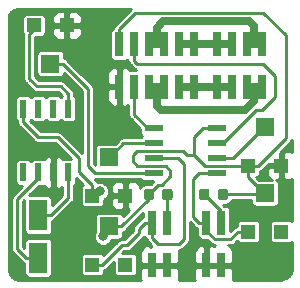
<source format=gbr>
G04 #@! TF.GenerationSoftware,KiCad,Pcbnew,(6.0.0-rc1-dev-713-g90df7a8b2)*
G04 #@! TF.CreationDate,2018-10-30T15:00:52-06:00*
G04 #@! TF.ProjectId,motores,6D6F746F7265732E6B696361645F7063,rev?*
G04 #@! TF.SameCoordinates,Original*
G04 #@! TF.FileFunction,Copper,L1,Top,Signal*
G04 #@! TF.FilePolarity,Positive*
%FSLAX46Y46*%
G04 Gerber Fmt 4.6, Leading zero omitted, Abs format (unit mm)*
G04 Created by KiCad (PCBNEW (6.0.0-rc1-dev-713-g90df7a8b2)) date mar 30 oct 2018 15:00:52 CST*
%MOMM*%
%LPD*%
G01*
G04 APERTURE LIST*
G04 #@! TA.AperFunction,SMDPad,CuDef*
%ADD10R,0.600000X1.550000*%
G04 #@! TD*
G04 #@! TA.AperFunction,SMDPad,CuDef*
%ADD11R,0.750000X2.100000*%
G04 #@! TD*
G04 #@! TA.AperFunction,SMDPad,CuDef*
%ADD12R,1.600000X1.500000*%
G04 #@! TD*
G04 #@! TA.AperFunction,SMDPad,CuDef*
%ADD13R,1.200000X1.200000*%
G04 #@! TD*
G04 #@! TA.AperFunction,SMDPad,CuDef*
%ADD14R,1.600000X2.600000*%
G04 #@! TD*
G04 #@! TA.AperFunction,Conductor*
%ADD15C,0.100000*%
G04 #@! TD*
G04 #@! TA.AperFunction,SMDPad,CuDef*
%ADD16C,0.875000*%
G04 #@! TD*
G04 #@! TA.AperFunction,SMDPad,CuDef*
%ADD17R,1.550000X0.600000*%
G04 #@! TD*
G04 #@! TA.AperFunction,ViaPad*
%ADD18C,0.800000*%
G04 #@! TD*
G04 #@! TA.AperFunction,Conductor*
%ADD19C,0.250000*%
G04 #@! TD*
G04 #@! TA.AperFunction,Conductor*
%ADD20C,0.700000*%
G04 #@! TD*
G04 #@! TA.AperFunction,Conductor*
%ADD21C,0.254000*%
G04 #@! TD*
G04 APERTURE END LIST*
D10*
G04 #@! TO.P,U1,8*
G04 #@! TO.N,+3V3*
X141986000Y-57752000D03*
G04 #@! TO.P,U1,7*
G04 #@! TO.N,Net-(U1-Pad7)*
X143256000Y-57752000D03*
G04 #@! TO.P,U1,6*
G04 #@! TO.N,Net-(U1-Pad6)*
X144526000Y-57752000D03*
G04 #@! TO.P,U1,5*
G04 #@! TO.N,-3V3*
X145796000Y-57752000D03*
G04 #@! TO.P,U1,4*
G04 #@! TO.N,Net-(C1-Pad2)*
X145796000Y-63152000D03*
G04 #@! TO.P,U1,3*
G04 #@! TO.N,GND*
X144526000Y-63152000D03*
G04 #@! TO.P,U1,2*
G04 #@! TO.N,Net-(C1-Pad1)*
X143256000Y-63152000D03*
G04 #@! TO.P,U1,1*
G04 #@! TO.N,Net-(U1-Pad1)*
X141986000Y-63152000D03*
G04 #@! TD*
D11*
G04 #@! TO.P,J2,8*
G04 #@! TO.N,/mot_2A*
X158369000Y-52302000D03*
G04 #@! TO.P,J2,7*
G04 #@! TO.N,/mot_2B*
X158369000Y-55902000D03*
G04 #@! TO.P,J2,6*
G04 #@! TO.N,/mot_2A*
X159639000Y-52302000D03*
G04 #@! TO.P,J2,5*
G04 #@! TO.N,/mot_2B*
X159639000Y-55902000D03*
G04 #@! TO.P,J2,4*
G04 #@! TO.N,/mot_1A*
X160909000Y-52302000D03*
G04 #@! TO.P,J2,3*
G04 #@! TO.N,/mot_1B*
X160909000Y-55902000D03*
G04 #@! TO.P,J2,2*
G04 #@! TO.N,/mot_1A*
X162179000Y-52302000D03*
G04 #@! TO.P,J2,1*
G04 #@! TO.N,/mot_1B*
X162179000Y-55902000D03*
G04 #@! TD*
G04 #@! TO.P,M2,4*
G04 #@! TO.N,GND*
X154178000Y-71015000D03*
G04 #@! TO.P,M2,3*
G04 #@! TO.N,Net-(M2-Pad3)*
X154178000Y-67415000D03*
G04 #@! TO.P,M2,2*
G04 #@! TO.N,GND*
X152908000Y-71015000D03*
G04 #@! TO.P,M2,1*
G04 #@! TO.N,Net-(M2-Pad1)*
X152908000Y-67415000D03*
G04 #@! TD*
G04 #@! TO.P,M1,4*
G04 #@! TO.N,GND*
X158750000Y-71015000D03*
G04 #@! TO.P,M1,3*
G04 #@! TO.N,Net-(M1-Pad3)*
X158750000Y-67415000D03*
G04 #@! TO.P,M1,2*
G04 #@! TO.N,GND*
X157480000Y-71015000D03*
G04 #@! TO.P,M1,1*
G04 #@! TO.N,Net-(M1-Pad1)*
X157480000Y-67415000D03*
G04 #@! TD*
G04 #@! TO.P,J1,12*
G04 #@! TO.N,/mot_2B*
X156464000Y-55902000D03*
G04 #@! TO.P,J1,11*
G04 #@! TO.N,/mot_2A*
X156464000Y-52302000D03*
G04 #@! TO.P,J1,10*
G04 #@! TO.N,/mot_2B*
X155194000Y-55902000D03*
G04 #@! TO.P,J1,9*
G04 #@! TO.N,/mot_2A*
X155194000Y-52302000D03*
G04 #@! TO.P,J1,8*
G04 #@! TO.N,/mot_1B*
X153924000Y-55902000D03*
G04 #@! TO.P,J1,7*
G04 #@! TO.N,/mot_1A*
X153924000Y-52302000D03*
G04 #@! TO.P,J1,6*
G04 #@! TO.N,/mot_1B*
X152654000Y-55902000D03*
G04 #@! TO.P,J1,5*
G04 #@! TO.N,/mot_1A*
X152654000Y-52302000D03*
G04 #@! TO.P,J1,4*
G04 #@! TO.N,/motorDRPM*
X151384000Y-55902000D03*
G04 #@! TO.P,J1,3*
G04 #@! TO.N,/motorIRPM*
X151384000Y-52302000D03*
G04 #@! TO.P,J1,2*
G04 #@! TO.N,GND*
X150114000Y-55902000D03*
G04 #@! TO.P,J1,1*
G04 #@! TO.N,+3V3*
X150114000Y-52302000D03*
G04 #@! TD*
D12*
G04 #@! TO.P,RV5,2*
G04 #@! TO.N,Net-(RV5-Pad2)*
X162433000Y-59340000D03*
D13*
G04 #@! TO.P,RV5,3*
G04 #@! TO.N,GND*
X163833000Y-62580000D03*
G04 #@! TO.P,RV5,1*
G04 #@! TO.N,+3V3*
X161033000Y-62580000D03*
G04 #@! TD*
D12*
G04 #@! TO.P,RV4,2*
G04 #@! TO.N,Net-(RV4-Pad2)*
X149225000Y-61880000D03*
D13*
G04 #@! TO.P,RV4,3*
G04 #@! TO.N,GND*
X150625000Y-65120000D03*
G04 #@! TO.P,RV4,1*
G04 #@! TO.N,+3V3*
X147825000Y-65120000D03*
G04 #@! TD*
D12*
G04 #@! TO.P,RV3,2*
G04 #@! TO.N,+3V3*
X149225000Y-67722000D03*
D13*
G04 #@! TO.P,RV3,3*
G04 #@! TO.N,Net-(RV3-Pad3)*
X150625000Y-70962000D03*
G04 #@! TO.P,RV3,1*
G04 #@! TO.N,Net-(M2-Pad1)*
X147825000Y-70962000D03*
G04 #@! TD*
D12*
G04 #@! TO.P,RV2,2*
G04 #@! TO.N,+3V3*
X162433000Y-64928000D03*
D13*
G04 #@! TO.P,RV2,3*
G04 #@! TO.N,Net-(RV2-Pad3)*
X163833000Y-68168000D03*
G04 #@! TO.P,RV2,1*
G04 #@! TO.N,Net-(M1-Pad1)*
X161033000Y-68168000D03*
G04 #@! TD*
D12*
G04 #@! TO.P,RV1,2*
G04 #@! TO.N,/v-*
X144272000Y-53944000D03*
D13*
G04 #@! TO.P,RV1,3*
G04 #@! TO.N,-3V3*
X142872000Y-50704000D03*
G04 #@! TO.P,RV1,1*
G04 #@! TO.N,GND*
X145672000Y-50704000D03*
G04 #@! TD*
D14*
G04 #@! TO.P,C1,1*
G04 #@! TO.N,Net-(C1-Pad1)*
X143256000Y-70380000D03*
G04 #@! TO.P,C1,2*
G04 #@! TO.N,Net-(C1-Pad2)*
X143256000Y-66780000D03*
G04 #@! TD*
D15*
G04 #@! TO.N,+3V3*
G04 #@! TO.C,R1*
G36*
X159117191Y-64550053D02*
X159138426Y-64553203D01*
X159159250Y-64558419D01*
X159179462Y-64565651D01*
X159198868Y-64574830D01*
X159217281Y-64585866D01*
X159234524Y-64598654D01*
X159250430Y-64613070D01*
X159264846Y-64628976D01*
X159277634Y-64646219D01*
X159288670Y-64664632D01*
X159297849Y-64684038D01*
X159305081Y-64704250D01*
X159310297Y-64725074D01*
X159313447Y-64746309D01*
X159314500Y-64767750D01*
X159314500Y-65280250D01*
X159313447Y-65301691D01*
X159310297Y-65322926D01*
X159305081Y-65343750D01*
X159297849Y-65363962D01*
X159288670Y-65383368D01*
X159277634Y-65401781D01*
X159264846Y-65419024D01*
X159250430Y-65434930D01*
X159234524Y-65449346D01*
X159217281Y-65462134D01*
X159198868Y-65473170D01*
X159179462Y-65482349D01*
X159159250Y-65489581D01*
X159138426Y-65494797D01*
X159117191Y-65497947D01*
X159095750Y-65499000D01*
X158658250Y-65499000D01*
X158636809Y-65497947D01*
X158615574Y-65494797D01*
X158594750Y-65489581D01*
X158574538Y-65482349D01*
X158555132Y-65473170D01*
X158536719Y-65462134D01*
X158519476Y-65449346D01*
X158503570Y-65434930D01*
X158489154Y-65419024D01*
X158476366Y-65401781D01*
X158465330Y-65383368D01*
X158456151Y-65363962D01*
X158448919Y-65343750D01*
X158443703Y-65322926D01*
X158440553Y-65301691D01*
X158439500Y-65280250D01*
X158439500Y-64767750D01*
X158440553Y-64746309D01*
X158443703Y-64725074D01*
X158448919Y-64704250D01*
X158456151Y-64684038D01*
X158465330Y-64664632D01*
X158476366Y-64646219D01*
X158489154Y-64628976D01*
X158503570Y-64613070D01*
X158519476Y-64598654D01*
X158536719Y-64585866D01*
X158555132Y-64574830D01*
X158574538Y-64565651D01*
X158594750Y-64558419D01*
X158615574Y-64553203D01*
X158636809Y-64550053D01*
X158658250Y-64549000D01*
X159095750Y-64549000D01*
X159117191Y-64550053D01*
X159117191Y-64550053D01*
G37*
D16*
G04 #@! TD*
G04 #@! TO.P,R1,1*
G04 #@! TO.N,+3V3*
X158877000Y-65024000D03*
D15*
G04 #@! TO.N,Net-(M1-Pad3)*
G04 #@! TO.C,R1*
G36*
X157542191Y-64550053D02*
X157563426Y-64553203D01*
X157584250Y-64558419D01*
X157604462Y-64565651D01*
X157623868Y-64574830D01*
X157642281Y-64585866D01*
X157659524Y-64598654D01*
X157675430Y-64613070D01*
X157689846Y-64628976D01*
X157702634Y-64646219D01*
X157713670Y-64664632D01*
X157722849Y-64684038D01*
X157730081Y-64704250D01*
X157735297Y-64725074D01*
X157738447Y-64746309D01*
X157739500Y-64767750D01*
X157739500Y-65280250D01*
X157738447Y-65301691D01*
X157735297Y-65322926D01*
X157730081Y-65343750D01*
X157722849Y-65363962D01*
X157713670Y-65383368D01*
X157702634Y-65401781D01*
X157689846Y-65419024D01*
X157675430Y-65434930D01*
X157659524Y-65449346D01*
X157642281Y-65462134D01*
X157623868Y-65473170D01*
X157604462Y-65482349D01*
X157584250Y-65489581D01*
X157563426Y-65494797D01*
X157542191Y-65497947D01*
X157520750Y-65499000D01*
X157083250Y-65499000D01*
X157061809Y-65497947D01*
X157040574Y-65494797D01*
X157019750Y-65489581D01*
X156999538Y-65482349D01*
X156980132Y-65473170D01*
X156961719Y-65462134D01*
X156944476Y-65449346D01*
X156928570Y-65434930D01*
X156914154Y-65419024D01*
X156901366Y-65401781D01*
X156890330Y-65383368D01*
X156881151Y-65363962D01*
X156873919Y-65343750D01*
X156868703Y-65322926D01*
X156865553Y-65301691D01*
X156864500Y-65280250D01*
X156864500Y-64767750D01*
X156865553Y-64746309D01*
X156868703Y-64725074D01*
X156873919Y-64704250D01*
X156881151Y-64684038D01*
X156890330Y-64664632D01*
X156901366Y-64646219D01*
X156914154Y-64628976D01*
X156928570Y-64613070D01*
X156944476Y-64598654D01*
X156961719Y-64585866D01*
X156980132Y-64574830D01*
X156999538Y-64565651D01*
X157019750Y-64558419D01*
X157040574Y-64553203D01*
X157061809Y-64550053D01*
X157083250Y-64549000D01*
X157520750Y-64549000D01*
X157542191Y-64550053D01*
X157542191Y-64550053D01*
G37*
D16*
G04 #@! TD*
G04 #@! TO.P,R1,2*
G04 #@! TO.N,Net-(M1-Pad3)*
X157302000Y-65024000D03*
D15*
G04 #@! TO.N,Net-(M2-Pad3)*
G04 #@! TO.C,R2*
G36*
X154418191Y-64550053D02*
X154439426Y-64553203D01*
X154460250Y-64558419D01*
X154480462Y-64565651D01*
X154499868Y-64574830D01*
X154518281Y-64585866D01*
X154535524Y-64598654D01*
X154551430Y-64613070D01*
X154565846Y-64628976D01*
X154578634Y-64646219D01*
X154589670Y-64664632D01*
X154598849Y-64684038D01*
X154606081Y-64704250D01*
X154611297Y-64725074D01*
X154614447Y-64746309D01*
X154615500Y-64767750D01*
X154615500Y-65280250D01*
X154614447Y-65301691D01*
X154611297Y-65322926D01*
X154606081Y-65343750D01*
X154598849Y-65363962D01*
X154589670Y-65383368D01*
X154578634Y-65401781D01*
X154565846Y-65419024D01*
X154551430Y-65434930D01*
X154535524Y-65449346D01*
X154518281Y-65462134D01*
X154499868Y-65473170D01*
X154480462Y-65482349D01*
X154460250Y-65489581D01*
X154439426Y-65494797D01*
X154418191Y-65497947D01*
X154396750Y-65499000D01*
X153959250Y-65499000D01*
X153937809Y-65497947D01*
X153916574Y-65494797D01*
X153895750Y-65489581D01*
X153875538Y-65482349D01*
X153856132Y-65473170D01*
X153837719Y-65462134D01*
X153820476Y-65449346D01*
X153804570Y-65434930D01*
X153790154Y-65419024D01*
X153777366Y-65401781D01*
X153766330Y-65383368D01*
X153757151Y-65363962D01*
X153749919Y-65343750D01*
X153744703Y-65322926D01*
X153741553Y-65301691D01*
X153740500Y-65280250D01*
X153740500Y-64767750D01*
X153741553Y-64746309D01*
X153744703Y-64725074D01*
X153749919Y-64704250D01*
X153757151Y-64684038D01*
X153766330Y-64664632D01*
X153777366Y-64646219D01*
X153790154Y-64628976D01*
X153804570Y-64613070D01*
X153820476Y-64598654D01*
X153837719Y-64585866D01*
X153856132Y-64574830D01*
X153875538Y-64565651D01*
X153895750Y-64558419D01*
X153916574Y-64553203D01*
X153937809Y-64550053D01*
X153959250Y-64549000D01*
X154396750Y-64549000D01*
X154418191Y-64550053D01*
X154418191Y-64550053D01*
G37*
D16*
G04 #@! TD*
G04 #@! TO.P,R2,2*
G04 #@! TO.N,Net-(M2-Pad3)*
X154178000Y-65024000D03*
D15*
G04 #@! TO.N,+3V3*
G04 #@! TO.C,R2*
G36*
X152843191Y-64550053D02*
X152864426Y-64553203D01*
X152885250Y-64558419D01*
X152905462Y-64565651D01*
X152924868Y-64574830D01*
X152943281Y-64585866D01*
X152960524Y-64598654D01*
X152976430Y-64613070D01*
X152990846Y-64628976D01*
X153003634Y-64646219D01*
X153014670Y-64664632D01*
X153023849Y-64684038D01*
X153031081Y-64704250D01*
X153036297Y-64725074D01*
X153039447Y-64746309D01*
X153040500Y-64767750D01*
X153040500Y-65280250D01*
X153039447Y-65301691D01*
X153036297Y-65322926D01*
X153031081Y-65343750D01*
X153023849Y-65363962D01*
X153014670Y-65383368D01*
X153003634Y-65401781D01*
X152990846Y-65419024D01*
X152976430Y-65434930D01*
X152960524Y-65449346D01*
X152943281Y-65462134D01*
X152924868Y-65473170D01*
X152905462Y-65482349D01*
X152885250Y-65489581D01*
X152864426Y-65494797D01*
X152843191Y-65497947D01*
X152821750Y-65499000D01*
X152384250Y-65499000D01*
X152362809Y-65497947D01*
X152341574Y-65494797D01*
X152320750Y-65489581D01*
X152300538Y-65482349D01*
X152281132Y-65473170D01*
X152262719Y-65462134D01*
X152245476Y-65449346D01*
X152229570Y-65434930D01*
X152215154Y-65419024D01*
X152202366Y-65401781D01*
X152191330Y-65383368D01*
X152182151Y-65363962D01*
X152174919Y-65343750D01*
X152169703Y-65322926D01*
X152166553Y-65301691D01*
X152165500Y-65280250D01*
X152165500Y-64767750D01*
X152166553Y-64746309D01*
X152169703Y-64725074D01*
X152174919Y-64704250D01*
X152182151Y-64684038D01*
X152191330Y-64664632D01*
X152202366Y-64646219D01*
X152215154Y-64628976D01*
X152229570Y-64613070D01*
X152245476Y-64598654D01*
X152262719Y-64585866D01*
X152281132Y-64574830D01*
X152300538Y-64565651D01*
X152320750Y-64558419D01*
X152341574Y-64553203D01*
X152362809Y-64550053D01*
X152384250Y-64549000D01*
X152821750Y-64549000D01*
X152843191Y-64550053D01*
X152843191Y-64550053D01*
G37*
D16*
G04 #@! TD*
G04 #@! TO.P,R2,1*
G04 #@! TO.N,+3V3*
X152603000Y-65024000D03*
D17*
G04 #@! TO.P,U2,1*
G04 #@! TO.N,/motorDRPM*
X153002000Y-59436000D03*
G04 #@! TO.P,U2,2*
G04 #@! TO.N,Net-(RV4-Pad2)*
X153002000Y-60706000D03*
G04 #@! TO.P,U2,3*
G04 #@! TO.N,Net-(M2-Pad1)*
X153002000Y-61976000D03*
G04 #@! TO.P,U2,4*
G04 #@! TO.N,/v-*
X153002000Y-63246000D03*
G04 #@! TO.P,U2,5*
G04 #@! TO.N,Net-(M1-Pad1)*
X158402000Y-63246000D03*
G04 #@! TO.P,U2,6*
G04 #@! TO.N,Net-(RV5-Pad2)*
X158402000Y-61976000D03*
G04 #@! TO.P,U2,7*
G04 #@! TO.N,/motorIRPM*
X158402000Y-60706000D03*
G04 #@! TO.P,U2,8*
G04 #@! TO.N,+3V3*
X158402000Y-59436000D03*
G04 #@! TD*
D18*
G04 #@! TO.N,+3V3*
X148463000Y-64770000D03*
X148717000Y-68580000D03*
G04 #@! TD*
D19*
G04 #@! TO.N,Net-(C1-Pad1)*
X142206000Y-70380000D02*
X141478000Y-69652000D01*
X143256000Y-70380000D02*
X142206000Y-70380000D01*
X143256000Y-63627000D02*
X143256000Y-63152000D01*
X141478000Y-65405000D02*
X143256000Y-63627000D01*
X141478000Y-69652000D02*
X141478000Y-65405000D01*
G04 #@! TO.N,Net-(C1-Pad2)*
X145796000Y-65290000D02*
X145796000Y-64177000D01*
X144306000Y-66780000D02*
X145796000Y-65290000D01*
X145796000Y-64177000D02*
X145796000Y-63152000D01*
X143256000Y-66780000D02*
X144306000Y-66780000D01*
G04 #@! TO.N,+3V3*
X162383000Y-64928000D02*
X162433000Y-64928000D01*
X161033000Y-63578000D02*
X162383000Y-64928000D01*
X161033000Y-62580000D02*
X161033000Y-63578000D01*
X157366999Y-62601001D02*
X156464000Y-61698002D01*
X160161999Y-62601001D02*
X157366999Y-62601001D01*
X161033000Y-62580000D02*
X160183000Y-62580000D01*
X160183000Y-62580000D02*
X160161999Y-62601001D01*
X156464000Y-61698002D02*
X156464000Y-60198000D01*
X157226000Y-59436000D02*
X158402000Y-59436000D01*
X156464000Y-60198000D02*
X157226000Y-59436000D01*
X150114000Y-52302000D02*
X150114000Y-51002000D01*
X150114000Y-51002000D02*
X151459000Y-49657000D01*
X151459000Y-49657000D02*
X162306000Y-49657000D01*
X164211000Y-60252000D02*
X161883000Y-62580000D01*
X162306000Y-49657000D02*
X164211000Y-51562000D01*
X161883000Y-62580000D02*
X161033000Y-62580000D01*
X164211000Y-51562000D02*
X164211000Y-60252000D01*
X144907000Y-60198000D02*
X143256000Y-60198000D01*
X146685000Y-63130000D02*
X146685000Y-61976000D01*
X143256000Y-60198000D02*
X141986000Y-58928000D01*
X146685000Y-61976000D02*
X144907000Y-60198000D01*
X147825000Y-64270000D02*
X146685000Y-63130000D01*
X141986000Y-58928000D02*
X141986000Y-57752000D01*
X147825000Y-65120000D02*
X147825000Y-64270000D01*
X148463000Y-64770000D02*
X148175000Y-64770000D01*
X149225000Y-68072000D02*
X148717000Y-68580000D01*
X149225000Y-67722000D02*
X149225000Y-68072000D01*
X148175000Y-64770000D02*
X147825000Y-65120000D01*
X152603000Y-65394000D02*
X152603000Y-65024000D01*
X150275000Y-67722000D02*
X152603000Y-65394000D01*
X149225000Y-67722000D02*
X150275000Y-67722000D01*
X153403010Y-64223990D02*
X153708010Y-64223990D01*
X152603000Y-65024000D02*
X153403010Y-64223990D01*
X153708010Y-64223990D02*
X154432000Y-63500000D01*
X154432000Y-63015998D02*
X154027002Y-62611000D01*
X154432000Y-63500000D02*
X154432000Y-63015998D01*
X154027002Y-62611000D02*
X151638000Y-62611000D01*
X151638000Y-62611000D02*
X151257000Y-62230000D01*
X151257000Y-62230000D02*
X151257000Y-61722000D01*
X151628001Y-61350999D02*
X155457999Y-61350999D01*
X151257000Y-61722000D02*
X151628001Y-61350999D01*
X155805002Y-61698002D02*
X156464000Y-61698002D01*
X155457999Y-61350999D02*
X155805002Y-61698002D01*
X162337000Y-65024000D02*
X162433000Y-64928000D01*
X158877000Y-65024000D02*
X162337000Y-65024000D01*
G04 #@! TO.N,/motorIRPM*
X151384000Y-53721000D02*
X151384000Y-52302000D01*
X151638000Y-53975000D02*
X151384000Y-53721000D01*
X162262002Y-53975000D02*
X151638000Y-53975000D01*
X158877000Y-60706000D02*
X161671000Y-57912000D01*
X158402000Y-60706000D02*
X158877000Y-60706000D01*
X161671000Y-57912000D02*
X162179002Y-57912000D01*
X162179002Y-57912000D02*
X163322000Y-56769002D01*
X163322000Y-56769002D02*
X163322000Y-55034998D01*
X163322000Y-55034998D02*
X162262002Y-53975000D01*
D20*
G04 #@! TO.N,/mot_1A*
X152654000Y-52302000D02*
X153289000Y-52302000D01*
X153289000Y-52302000D02*
X153924000Y-52302000D01*
X160909000Y-52302000D02*
X161544000Y-52302000D01*
X161544000Y-52302000D02*
X162179000Y-52302000D01*
X153784825Y-50332011D02*
X161076011Y-50332011D01*
X161076011Y-50332011D02*
X161544000Y-50800000D01*
X153289000Y-50927000D02*
X153784825Y-50332011D01*
X153289000Y-52302000D02*
X153289000Y-50927000D01*
X161544000Y-50800000D02*
X161544000Y-52302000D01*
G04 #@! TO.N,/mot_2A*
X155194000Y-52302000D02*
X156464000Y-52302000D01*
X158369000Y-52302000D02*
X159639000Y-52302000D01*
X156464000Y-52302000D02*
X158369000Y-52302000D01*
G04 #@! TO.N,/mot_2B*
X155194000Y-55902000D02*
X156464000Y-55902000D01*
X158369000Y-55902000D02*
X159639000Y-55902000D01*
X156464000Y-55902000D02*
X158369000Y-55902000D01*
G04 #@! TO.N,/mot_1B*
X152654000Y-55902000D02*
X153289000Y-55902000D01*
X153289000Y-55902000D02*
X153924000Y-55902000D01*
X160909000Y-55902000D02*
X161544000Y-55902000D01*
X161544000Y-55902000D02*
X162179000Y-55902000D01*
X160716392Y-57912000D02*
X161544000Y-57084392D01*
X161544000Y-57084392D02*
X161544000Y-55902000D01*
X153670000Y-57912000D02*
X160716392Y-57912000D01*
X153289000Y-57531000D02*
X153670000Y-57912000D01*
X153289000Y-55902000D02*
X153289000Y-57531000D01*
D19*
G04 #@! TO.N,/motorDRPM*
X152527000Y-59436000D02*
X153002000Y-59436000D01*
X151384000Y-58293000D02*
X152527000Y-59436000D01*
X151384000Y-55902000D02*
X151384000Y-58293000D01*
G04 #@! TO.N,Net-(M1-Pad1)*
X160183000Y-68168000D02*
X159517000Y-68834000D01*
X161033000Y-68168000D02*
X160183000Y-68168000D01*
X157480000Y-68090000D02*
X157480000Y-67415000D01*
X158224000Y-68834000D02*
X157480000Y-68090000D01*
X159517000Y-68834000D02*
X158224000Y-68834000D01*
X156823000Y-67415000D02*
X157480000Y-67415000D01*
X156337000Y-63754000D02*
X156337000Y-66929000D01*
X158402000Y-63246000D02*
X156845000Y-63246000D01*
X156337000Y-66929000D02*
X156823000Y-67415000D01*
X156845000Y-63246000D02*
X156337000Y-63754000D01*
G04 #@! TO.N,Net-(M1-Pad3)*
X158750000Y-66472000D02*
X158750000Y-67415000D01*
X157302000Y-65024000D02*
X158750000Y-66472000D01*
G04 #@! TO.N,Net-(M2-Pad3)*
X154178000Y-67555000D02*
X154043000Y-67690000D01*
X154178000Y-65024000D02*
X154178000Y-67415000D01*
G04 #@! TO.N,Net-(M2-Pad1)*
X148675000Y-70962000D02*
X150295000Y-69342000D01*
X147825000Y-70962000D02*
X148675000Y-70962000D01*
X150295000Y-69342000D02*
X150749000Y-69342000D01*
X150749000Y-69342000D02*
X151765000Y-68326000D01*
X152283000Y-67415000D02*
X152908000Y-67415000D01*
X151765000Y-67933000D02*
X152283000Y-67415000D01*
X151765000Y-68326000D02*
X151765000Y-67933000D01*
X152908000Y-68715000D02*
X153408000Y-69215000D01*
X152908000Y-67415000D02*
X152908000Y-68715000D01*
X153408000Y-69215000D02*
X155194000Y-69215000D01*
X155194000Y-69215000D02*
X155575000Y-68834000D01*
X155575000Y-68834000D02*
X155575000Y-62484000D01*
X155067000Y-61976000D02*
X153002000Y-61976000D01*
X155575000Y-62484000D02*
X155067000Y-61976000D01*
G04 #@! TO.N,/v-*
X145322000Y-53944000D02*
X147447000Y-56069000D01*
X144272000Y-53944000D02*
X145322000Y-53944000D01*
X148082000Y-63246000D02*
X153002000Y-63246000D01*
X147447000Y-56069000D02*
X147447000Y-62611000D01*
X147447000Y-62611000D02*
X148082000Y-63246000D01*
G04 #@! TO.N,-3V3*
X142872000Y-51057000D02*
X142872000Y-50704000D01*
X145796000Y-56515000D02*
X145161000Y-55880000D01*
X145161000Y-55880000D02*
X143129000Y-55880000D01*
X142494000Y-55245000D02*
X142494000Y-51435000D01*
X143129000Y-55880000D02*
X142494000Y-55245000D01*
X145796000Y-57752000D02*
X145796000Y-56515000D01*
X142494000Y-51435000D02*
X142872000Y-51057000D01*
G04 #@! TO.N,Net-(RV4-Pad2)*
X151977000Y-60706000D02*
X153002000Y-60706000D01*
X150449000Y-60706000D02*
X151977000Y-60706000D01*
X149275000Y-61880000D02*
X150449000Y-60706000D01*
X149225000Y-61880000D02*
X149275000Y-61880000D01*
G04 #@! TO.N,Net-(RV5-Pad2)*
X159427000Y-61976000D02*
X158402000Y-61976000D01*
X159747000Y-61976000D02*
X159427000Y-61976000D01*
X162383000Y-59340000D02*
X159747000Y-61976000D01*
X162433000Y-59340000D02*
X162383000Y-59340000D01*
G04 #@! TD*
D21*
G04 #@! TO.N,GND*
G36*
X151069077Y-49336988D02*
X149793991Y-50612075D01*
X149752080Y-50640079D01*
X149724076Y-50681990D01*
X149724074Y-50681992D01*
X149641128Y-50806130D01*
X149624362Y-50890418D01*
X149591902Y-50896875D01*
X149467199Y-50980199D01*
X149383875Y-51104902D01*
X149354615Y-51252000D01*
X149354615Y-53352000D01*
X149383875Y-53499098D01*
X149467199Y-53623801D01*
X149591902Y-53707125D01*
X149739000Y-53736385D01*
X150489000Y-53736385D01*
X150636098Y-53707125D01*
X150749000Y-53631686D01*
X150861902Y-53707125D01*
X150874431Y-53709617D01*
X150872167Y-53721000D01*
X150882000Y-53770434D01*
X150882000Y-53770438D01*
X150911127Y-53916869D01*
X151022079Y-54082921D01*
X151063993Y-54110927D01*
X151248074Y-54295009D01*
X151276079Y-54336921D01*
X151317990Y-54364925D01*
X151317991Y-54364926D01*
X151368685Y-54398798D01*
X151442130Y-54447873D01*
X151541380Y-54467615D01*
X151009000Y-54467615D01*
X151003695Y-54468670D01*
X150848699Y-54313673D01*
X150615310Y-54217000D01*
X150399750Y-54217000D01*
X150241000Y-54375750D01*
X150241000Y-55775000D01*
X150261000Y-55775000D01*
X150261000Y-56029000D01*
X150241000Y-56029000D01*
X150241000Y-57428250D01*
X150399750Y-57587000D01*
X150615310Y-57587000D01*
X150848699Y-57490327D01*
X150882001Y-57457025D01*
X150882001Y-58243561D01*
X150872167Y-58293000D01*
X150911128Y-58488870D01*
X150994074Y-58613008D01*
X150994076Y-58613010D01*
X151022080Y-58654921D01*
X151063991Y-58682925D01*
X151842615Y-59461550D01*
X151842615Y-59736000D01*
X151871875Y-59883098D01*
X151955199Y-60007801D01*
X152049783Y-60071000D01*
X151955199Y-60134199D01*
X151908559Y-60204000D01*
X150498434Y-60204000D01*
X150449000Y-60194167D01*
X150399566Y-60204000D01*
X150399561Y-60204000D01*
X150253130Y-60233127D01*
X150087079Y-60344079D01*
X150059075Y-60385990D01*
X149699450Y-60745615D01*
X148425000Y-60745615D01*
X148277902Y-60774875D01*
X148153199Y-60858199D01*
X148069875Y-60982902D01*
X148040615Y-61130000D01*
X148040615Y-62494681D01*
X147949000Y-62403066D01*
X147949000Y-56187750D01*
X149104000Y-56187750D01*
X149104000Y-57078309D01*
X149200673Y-57311698D01*
X149379301Y-57490327D01*
X149612690Y-57587000D01*
X149828250Y-57587000D01*
X149987000Y-57428250D01*
X149987000Y-56029000D01*
X149262750Y-56029000D01*
X149104000Y-56187750D01*
X147949000Y-56187750D01*
X147949000Y-56118434D01*
X147958833Y-56069000D01*
X147949000Y-56019566D01*
X147949000Y-56019561D01*
X147919873Y-55873130D01*
X147870798Y-55799685D01*
X147836926Y-55748991D01*
X147836925Y-55748990D01*
X147808921Y-55707079D01*
X147767010Y-55679075D01*
X146813626Y-54725691D01*
X149104000Y-54725691D01*
X149104000Y-55616250D01*
X149262750Y-55775000D01*
X149987000Y-55775000D01*
X149987000Y-54375750D01*
X149828250Y-54217000D01*
X149612690Y-54217000D01*
X149379301Y-54313673D01*
X149200673Y-54492302D01*
X149104000Y-54725691D01*
X146813626Y-54725691D01*
X145711927Y-53623993D01*
X145683921Y-53582079D01*
X145517870Y-53471127D01*
X145456385Y-53458897D01*
X145456385Y-53194000D01*
X145427125Y-53046902D01*
X145343801Y-52922199D01*
X145219098Y-52838875D01*
X145072000Y-52809615D01*
X143472000Y-52809615D01*
X143324902Y-52838875D01*
X143200199Y-52922199D01*
X143116875Y-53046902D01*
X143087615Y-53194000D01*
X143087615Y-54694000D01*
X143116875Y-54841098D01*
X143200199Y-54965801D01*
X143324902Y-55049125D01*
X143472000Y-55078385D01*
X145072000Y-55078385D01*
X145219098Y-55049125D01*
X145343801Y-54965801D01*
X145427125Y-54841098D01*
X145440736Y-54772670D01*
X146945000Y-56276935D01*
X146945001Y-61526066D01*
X145296926Y-59877992D01*
X145268921Y-59836079D01*
X145102870Y-59725127D01*
X144956439Y-59696000D01*
X144956434Y-59696000D01*
X144907000Y-59686167D01*
X144857566Y-59696000D01*
X143463936Y-59696000D01*
X142561380Y-58793445D01*
X142621000Y-58704217D01*
X142684199Y-58798801D01*
X142808902Y-58882125D01*
X142956000Y-58911385D01*
X143556000Y-58911385D01*
X143703098Y-58882125D01*
X143827801Y-58798801D01*
X143891000Y-58704217D01*
X143954199Y-58798801D01*
X144078902Y-58882125D01*
X144226000Y-58911385D01*
X144826000Y-58911385D01*
X144973098Y-58882125D01*
X145097801Y-58798801D01*
X145161000Y-58704217D01*
X145224199Y-58798801D01*
X145348902Y-58882125D01*
X145496000Y-58911385D01*
X146096000Y-58911385D01*
X146243098Y-58882125D01*
X146367801Y-58798801D01*
X146451125Y-58674098D01*
X146480385Y-58527000D01*
X146480385Y-56977000D01*
X146451125Y-56829902D01*
X146367801Y-56705199D01*
X146298000Y-56658559D01*
X146298000Y-56564434D01*
X146307833Y-56515000D01*
X146298000Y-56465566D01*
X146298000Y-56465561D01*
X146268873Y-56319130D01*
X146157921Y-56153079D01*
X146116009Y-56125074D01*
X145550927Y-55559993D01*
X145522921Y-55518079D01*
X145356870Y-55407127D01*
X145210439Y-55378000D01*
X145210434Y-55378000D01*
X145161000Y-55368167D01*
X145111566Y-55378000D01*
X143336935Y-55378000D01*
X142996000Y-55037066D01*
X142996000Y-51688385D01*
X143472000Y-51688385D01*
X143619098Y-51659125D01*
X143743801Y-51575801D01*
X143827125Y-51451098D01*
X143856385Y-51304000D01*
X143856385Y-50989750D01*
X144437000Y-50989750D01*
X144437000Y-51430310D01*
X144533673Y-51663699D01*
X144712302Y-51842327D01*
X144945691Y-51939000D01*
X145386250Y-51939000D01*
X145545000Y-51780250D01*
X145545000Y-50831000D01*
X145799000Y-50831000D01*
X145799000Y-51780250D01*
X145957750Y-51939000D01*
X146398309Y-51939000D01*
X146631698Y-51842327D01*
X146810327Y-51663699D01*
X146907000Y-51430310D01*
X146907000Y-50989750D01*
X146748250Y-50831000D01*
X145799000Y-50831000D01*
X145545000Y-50831000D01*
X144595750Y-50831000D01*
X144437000Y-50989750D01*
X143856385Y-50989750D01*
X143856385Y-50104000D01*
X143831261Y-49977690D01*
X144437000Y-49977690D01*
X144437000Y-50418250D01*
X144595750Y-50577000D01*
X145545000Y-50577000D01*
X145545000Y-49627750D01*
X145799000Y-49627750D01*
X145799000Y-50577000D01*
X146748250Y-50577000D01*
X146907000Y-50418250D01*
X146907000Y-49977690D01*
X146810327Y-49744301D01*
X146631698Y-49565673D01*
X146398309Y-49469000D01*
X145957750Y-49469000D01*
X145799000Y-49627750D01*
X145545000Y-49627750D01*
X145386250Y-49469000D01*
X144945691Y-49469000D01*
X144712302Y-49565673D01*
X144533673Y-49744301D01*
X144437000Y-49977690D01*
X143831261Y-49977690D01*
X143827125Y-49956902D01*
X143743801Y-49832199D01*
X143619098Y-49748875D01*
X143472000Y-49719615D01*
X142272000Y-49719615D01*
X142124902Y-49748875D01*
X142000199Y-49832199D01*
X141916875Y-49956902D01*
X141887615Y-50104000D01*
X141887615Y-51304000D01*
X141916875Y-51451098D01*
X141992001Y-51563532D01*
X141992000Y-55195566D01*
X141982167Y-55245000D01*
X141992000Y-55294434D01*
X141992000Y-55294438D01*
X142021127Y-55440869D01*
X142132079Y-55606921D01*
X142173993Y-55634927D01*
X142739074Y-56200009D01*
X142767079Y-56241921D01*
X142933130Y-56352873D01*
X143079561Y-56382000D01*
X143079566Y-56382000D01*
X143129000Y-56391833D01*
X143178434Y-56382000D01*
X144953066Y-56382000D01*
X145255410Y-56684345D01*
X145224199Y-56705199D01*
X145161000Y-56799783D01*
X145097801Y-56705199D01*
X144973098Y-56621875D01*
X144826000Y-56592615D01*
X144226000Y-56592615D01*
X144078902Y-56621875D01*
X143954199Y-56705199D01*
X143891000Y-56799783D01*
X143827801Y-56705199D01*
X143703098Y-56621875D01*
X143556000Y-56592615D01*
X142956000Y-56592615D01*
X142808902Y-56621875D01*
X142684199Y-56705199D01*
X142621000Y-56799783D01*
X142557801Y-56705199D01*
X142433098Y-56621875D01*
X142286000Y-56592615D01*
X141686000Y-56592615D01*
X141538902Y-56621875D01*
X141414199Y-56705199D01*
X141330875Y-56829902D01*
X141301615Y-56977000D01*
X141301615Y-58527000D01*
X141330875Y-58674098D01*
X141414199Y-58798801D01*
X141484000Y-58845441D01*
X141484000Y-58878566D01*
X141474167Y-58928000D01*
X141484000Y-58977434D01*
X141484000Y-58977438D01*
X141513127Y-59123869D01*
X141624079Y-59289921D01*
X141665993Y-59317927D01*
X142866076Y-60518012D01*
X142894079Y-60559921D01*
X142935987Y-60587923D01*
X142935990Y-60587926D01*
X143026613Y-60648478D01*
X143060130Y-60670873D01*
X143206561Y-60700000D01*
X143206565Y-60700000D01*
X143255999Y-60709833D01*
X143305433Y-60700000D01*
X144699066Y-60700000D01*
X145991680Y-61992615D01*
X145496000Y-61992615D01*
X145364903Y-62018692D01*
X145364327Y-62017302D01*
X145185699Y-61838673D01*
X144952310Y-61742000D01*
X144811750Y-61742000D01*
X144653000Y-61900750D01*
X144653000Y-63025000D01*
X144673000Y-63025000D01*
X144673000Y-63279000D01*
X144653000Y-63279000D01*
X144653000Y-64403250D01*
X144811750Y-64562000D01*
X144952310Y-64562000D01*
X145185699Y-64465327D01*
X145294001Y-64357025D01*
X145294000Y-65082064D01*
X144440385Y-65935680D01*
X144440385Y-65480000D01*
X144411125Y-65332902D01*
X144327801Y-65208199D01*
X144203098Y-65124875D01*
X144056000Y-65095615D01*
X142497319Y-65095615D01*
X143281550Y-64311385D01*
X143556000Y-64311385D01*
X143687097Y-64285308D01*
X143687673Y-64286698D01*
X143866301Y-64465327D01*
X144099690Y-64562000D01*
X144240250Y-64562000D01*
X144399000Y-64403250D01*
X144399000Y-63279000D01*
X144379000Y-63279000D01*
X144379000Y-63025000D01*
X144399000Y-63025000D01*
X144399000Y-61900750D01*
X144240250Y-61742000D01*
X144099690Y-61742000D01*
X143866301Y-61838673D01*
X143687673Y-62017302D01*
X143687097Y-62018692D01*
X143556000Y-61992615D01*
X142956000Y-61992615D01*
X142808902Y-62021875D01*
X142684199Y-62105199D01*
X142621000Y-62199783D01*
X142557801Y-62105199D01*
X142433098Y-62021875D01*
X142286000Y-61992615D01*
X141686000Y-61992615D01*
X141538902Y-62021875D01*
X141414199Y-62105199D01*
X141330875Y-62229902D01*
X141301615Y-62377000D01*
X141301615Y-63927000D01*
X141330875Y-64074098D01*
X141414199Y-64198801D01*
X141538902Y-64282125D01*
X141686000Y-64311385D01*
X141861681Y-64311385D01*
X141157991Y-65015075D01*
X141116080Y-65043079D01*
X141088076Y-65084990D01*
X141088074Y-65084992D01*
X141005128Y-65209130D01*
X140966167Y-65405000D01*
X140976001Y-65454439D01*
X140976000Y-69602566D01*
X140966167Y-69652000D01*
X140976000Y-69701434D01*
X140976000Y-69701438D01*
X141005127Y-69847869D01*
X141116079Y-70013921D01*
X141157993Y-70041927D01*
X141816075Y-70700009D01*
X141844079Y-70741921D01*
X141885990Y-70769925D01*
X142010128Y-70852872D01*
X142010129Y-70852872D01*
X142010130Y-70852873D01*
X142071615Y-70865103D01*
X142071615Y-71680000D01*
X142100875Y-71827098D01*
X142184199Y-71951801D01*
X142308902Y-72035125D01*
X142456000Y-72064385D01*
X144056000Y-72064385D01*
X144203098Y-72035125D01*
X144327801Y-71951801D01*
X144411125Y-71827098D01*
X144440385Y-71680000D01*
X144440385Y-69080000D01*
X144411125Y-68932902D01*
X144327801Y-68808199D01*
X144203098Y-68724875D01*
X144056000Y-68695615D01*
X142456000Y-68695615D01*
X142308902Y-68724875D01*
X142184199Y-68808199D01*
X142100875Y-68932902D01*
X142071615Y-69080000D01*
X142071615Y-69535681D01*
X141980000Y-69444066D01*
X141980000Y-65612934D01*
X142071615Y-65521319D01*
X142071615Y-68080000D01*
X142100875Y-68227098D01*
X142184199Y-68351801D01*
X142308902Y-68435125D01*
X142456000Y-68464385D01*
X144056000Y-68464385D01*
X144203098Y-68435125D01*
X144327801Y-68351801D01*
X144411125Y-68227098D01*
X144440385Y-68080000D01*
X144440385Y-67265103D01*
X144501870Y-67252873D01*
X144667921Y-67141921D01*
X144695927Y-67100007D01*
X146116013Y-65679923D01*
X146157921Y-65651921D01*
X146185923Y-65610013D01*
X146185926Y-65610010D01*
X146246478Y-65519387D01*
X146268873Y-65485870D01*
X146298000Y-65339439D01*
X146298000Y-65339435D01*
X146307833Y-65290001D01*
X146298000Y-65240567D01*
X146298000Y-64245441D01*
X146367801Y-64198801D01*
X146451125Y-64074098D01*
X146480385Y-63927000D01*
X146480385Y-63635319D01*
X147037162Y-64192097D01*
X146953199Y-64248199D01*
X146869875Y-64372902D01*
X146840615Y-64520000D01*
X146840615Y-65720000D01*
X146869875Y-65867098D01*
X146953199Y-65991801D01*
X147077902Y-66075125D01*
X147225000Y-66104385D01*
X148425000Y-66104385D01*
X148572098Y-66075125D01*
X148696801Y-65991801D01*
X148780125Y-65867098D01*
X148809385Y-65720000D01*
X148809385Y-65467541D01*
X148903135Y-65428709D01*
X148926094Y-65405750D01*
X149390000Y-65405750D01*
X149390000Y-65846310D01*
X149486673Y-66079699D01*
X149665302Y-66258327D01*
X149898691Y-66355000D01*
X150339250Y-66355000D01*
X150498000Y-66196250D01*
X150498000Y-65247000D01*
X149548750Y-65247000D01*
X149390000Y-65405750D01*
X148926094Y-65405750D01*
X149121709Y-65210135D01*
X149240000Y-64924555D01*
X149240000Y-64615445D01*
X149148147Y-64393690D01*
X149390000Y-64393690D01*
X149390000Y-64834250D01*
X149548750Y-64993000D01*
X150498000Y-64993000D01*
X150498000Y-64043750D01*
X150339250Y-63885000D01*
X149898691Y-63885000D01*
X149665302Y-63981673D01*
X149486673Y-64160301D01*
X149390000Y-64393690D01*
X149148147Y-64393690D01*
X149121709Y-64329865D01*
X148903135Y-64111291D01*
X148617555Y-63993000D01*
X148308445Y-63993000D01*
X148257706Y-64014017D01*
X148186921Y-63908079D01*
X148145010Y-63880075D01*
X148008062Y-63743127D01*
X148032561Y-63748000D01*
X148032566Y-63748000D01*
X148082000Y-63757833D01*
X148131434Y-63748000D01*
X151908559Y-63748000D01*
X151955199Y-63817801D01*
X152079902Y-63901125D01*
X152227000Y-63930385D01*
X152986680Y-63930385D01*
X152752450Y-64164615D01*
X152384250Y-64164615D01*
X152153440Y-64210526D01*
X151957769Y-64341269D01*
X151860000Y-64487591D01*
X151860000Y-64393690D01*
X151763327Y-64160301D01*
X151584698Y-63981673D01*
X151351309Y-63885000D01*
X150910750Y-63885000D01*
X150752000Y-64043750D01*
X150752000Y-64993000D01*
X150772000Y-64993000D01*
X150772000Y-65247000D01*
X150752000Y-65247000D01*
X150752000Y-66196250D01*
X150910750Y-66355000D01*
X150932065Y-66355000D01*
X150393736Y-66893329D01*
X150380125Y-66824902D01*
X150296801Y-66700199D01*
X150172098Y-66616875D01*
X150025000Y-66587615D01*
X148425000Y-66587615D01*
X148277902Y-66616875D01*
X148153199Y-66700199D01*
X148069875Y-66824902D01*
X148040615Y-66972000D01*
X148040615Y-68182539D01*
X147940000Y-68425445D01*
X147940000Y-68734555D01*
X148058291Y-69020135D01*
X148276865Y-69238709D01*
X148562445Y-69357000D01*
X148871555Y-69357000D01*
X149157135Y-69238709D01*
X149375709Y-69020135D01*
X149443536Y-68856385D01*
X150025000Y-68856385D01*
X150172098Y-68827125D01*
X150296801Y-68743801D01*
X150380125Y-68619098D01*
X150409385Y-68472000D01*
X150409385Y-68207103D01*
X150470870Y-68194873D01*
X150636921Y-68083921D01*
X150664927Y-68042007D01*
X152148615Y-66558320D01*
X152148615Y-66929897D01*
X152087130Y-66942127D01*
X151921079Y-67053079D01*
X151893074Y-67094991D01*
X151444991Y-67543075D01*
X151403080Y-67571079D01*
X151375076Y-67612990D01*
X151375074Y-67612992D01*
X151298176Y-67728079D01*
X151292128Y-67737130D01*
X151263000Y-67883561D01*
X151263000Y-67883566D01*
X151253167Y-67933000D01*
X151263000Y-67982434D01*
X151263000Y-68118065D01*
X150541066Y-68840000D01*
X150344434Y-68840000D01*
X150295000Y-68830167D01*
X150245566Y-68840000D01*
X150245561Y-68840000D01*
X150099130Y-68869127D01*
X149933079Y-68980079D01*
X149905075Y-69021990D01*
X148752904Y-70174162D01*
X148696801Y-70090199D01*
X148572098Y-70006875D01*
X148425000Y-69977615D01*
X147225000Y-69977615D01*
X147077902Y-70006875D01*
X146953199Y-70090199D01*
X146869875Y-70214902D01*
X146840615Y-70362000D01*
X146840615Y-71562000D01*
X146869875Y-71709098D01*
X146953199Y-71833801D01*
X147077902Y-71917125D01*
X147225000Y-71946385D01*
X148425000Y-71946385D01*
X148572098Y-71917125D01*
X148696801Y-71833801D01*
X148780125Y-71709098D01*
X148809385Y-71562000D01*
X148809385Y-71447103D01*
X148870870Y-71434873D01*
X149036921Y-71323921D01*
X149064927Y-71282007D01*
X149640615Y-70706319D01*
X149640615Y-71562000D01*
X149669875Y-71709098D01*
X149753199Y-71833801D01*
X149877902Y-71917125D01*
X150025000Y-71946385D01*
X151225000Y-71946385D01*
X151372098Y-71917125D01*
X151496801Y-71833801D01*
X151580125Y-71709098D01*
X151609385Y-71562000D01*
X151609385Y-70362000D01*
X151580125Y-70214902D01*
X151496801Y-70090199D01*
X151372098Y-70006875D01*
X151225000Y-69977615D01*
X150369320Y-69977615D01*
X150502935Y-69844000D01*
X150699566Y-69844000D01*
X150749000Y-69853833D01*
X150798434Y-69844000D01*
X150798439Y-69844000D01*
X150944870Y-69814873D01*
X151110921Y-69703921D01*
X151138927Y-69662007D01*
X152085010Y-68715925D01*
X152126921Y-68687921D01*
X152160191Y-68638130D01*
X152177808Y-68611763D01*
X152177875Y-68612098D01*
X152261199Y-68736801D01*
X152385902Y-68820125D01*
X152418362Y-68826582D01*
X152435128Y-68910870D01*
X152518074Y-69035008D01*
X152518076Y-69035010D01*
X152546080Y-69076921D01*
X152587991Y-69104925D01*
X152813065Y-69330000D01*
X152780998Y-69330000D01*
X152780998Y-69488748D01*
X152622250Y-69330000D01*
X152406690Y-69330000D01*
X152173301Y-69426673D01*
X151994673Y-69605302D01*
X151898000Y-69838691D01*
X151898000Y-70729250D01*
X152056750Y-70888000D01*
X152781000Y-70888000D01*
X152781000Y-70868000D01*
X153035000Y-70868000D01*
X153035000Y-70888000D01*
X154051000Y-70888000D01*
X154051000Y-70868000D01*
X154305000Y-70868000D01*
X154305000Y-70888000D01*
X155029250Y-70888000D01*
X155188000Y-70729250D01*
X155188000Y-69838691D01*
X156470000Y-69838691D01*
X156470000Y-70729250D01*
X156628750Y-70888000D01*
X157353000Y-70888000D01*
X157353000Y-69488750D01*
X157194250Y-69330000D01*
X156978690Y-69330000D01*
X156745301Y-69426673D01*
X156566673Y-69605302D01*
X156470000Y-69838691D01*
X155188000Y-69838691D01*
X155137594Y-69717000D01*
X155144566Y-69717000D01*
X155194000Y-69726833D01*
X155243434Y-69717000D01*
X155243439Y-69717000D01*
X155389870Y-69687873D01*
X155555921Y-69576921D01*
X155583927Y-69535007D01*
X155895010Y-69223925D01*
X155936921Y-69195921D01*
X156047873Y-69029870D01*
X156077000Y-68883439D01*
X156077000Y-68883435D01*
X156086833Y-68834001D01*
X156077000Y-68784567D01*
X156077000Y-67378934D01*
X156433074Y-67735009D01*
X156461079Y-67776921D01*
X156627130Y-67887873D01*
X156720615Y-67906468D01*
X156720615Y-68465000D01*
X156749875Y-68612098D01*
X156833199Y-68736801D01*
X156957902Y-68820125D01*
X157105000Y-68849385D01*
X157529450Y-68849385D01*
X157834075Y-69154009D01*
X157862079Y-69195921D01*
X157903990Y-69223925D01*
X157903991Y-69223926D01*
X157954685Y-69257798D01*
X158028130Y-69306873D01*
X158174561Y-69336000D01*
X158174566Y-69336000D01*
X158214857Y-69344014D01*
X158115000Y-69385376D01*
X157981310Y-69330000D01*
X157765750Y-69330000D01*
X157607000Y-69488750D01*
X157607000Y-70888000D01*
X158623000Y-70888000D01*
X158623000Y-70868000D01*
X158877000Y-70868000D01*
X158877000Y-70888000D01*
X159601250Y-70888000D01*
X159760000Y-70729250D01*
X159760000Y-69838691D01*
X159663327Y-69605302D01*
X159484699Y-69426673D01*
X159265795Y-69336000D01*
X159467566Y-69336000D01*
X159517000Y-69345833D01*
X159566434Y-69336000D01*
X159566439Y-69336000D01*
X159712870Y-69306873D01*
X159878921Y-69195921D01*
X159906927Y-69154007D01*
X160105097Y-68955838D01*
X160161199Y-69039801D01*
X160285902Y-69123125D01*
X160433000Y-69152385D01*
X161633000Y-69152385D01*
X161780098Y-69123125D01*
X161904801Y-69039801D01*
X161988125Y-68915098D01*
X162017385Y-68768000D01*
X162017385Y-67568000D01*
X161988125Y-67420902D01*
X161904801Y-67296199D01*
X161780098Y-67212875D01*
X161633000Y-67183615D01*
X160433000Y-67183615D01*
X160285902Y-67212875D01*
X160161199Y-67296199D01*
X160077875Y-67420902D01*
X160048615Y-67568000D01*
X160048615Y-67682897D01*
X159987130Y-67695127D01*
X159964751Y-67710080D01*
X159862990Y-67778074D01*
X159862987Y-67778077D01*
X159821079Y-67806079D01*
X159793076Y-67847988D01*
X159509385Y-68131680D01*
X159509385Y-66365000D01*
X159480125Y-66217902D01*
X159396801Y-66093199D01*
X159272098Y-66009875D01*
X159125000Y-65980615D01*
X158968551Y-65980615D01*
X158871321Y-65883385D01*
X159095750Y-65883385D01*
X159326560Y-65837474D01*
X159522231Y-65706731D01*
X159642991Y-65526000D01*
X161248615Y-65526000D01*
X161248615Y-65678000D01*
X161277875Y-65825098D01*
X161361199Y-65949801D01*
X161485902Y-66033125D01*
X161633000Y-66062385D01*
X163233000Y-66062385D01*
X163380098Y-66033125D01*
X163504801Y-65949801D01*
X163588125Y-65825098D01*
X163617385Y-65678000D01*
X163617385Y-64178000D01*
X163588125Y-64030902D01*
X163504801Y-63906199D01*
X163380098Y-63822875D01*
X163340508Y-63815000D01*
X163547250Y-63815000D01*
X163706000Y-63656250D01*
X163706000Y-62707000D01*
X162756750Y-62707000D01*
X162598000Y-62865750D01*
X162598000Y-63306310D01*
X162694673Y-63539699D01*
X162873302Y-63718327D01*
X163055063Y-63793615D01*
X161958550Y-63793615D01*
X161713339Y-63548404D01*
X161780098Y-63535125D01*
X161904801Y-63451801D01*
X161988125Y-63327098D01*
X162017385Y-63180000D01*
X162017385Y-63065103D01*
X162078870Y-63052873D01*
X162244921Y-62941921D01*
X162272927Y-62900007D01*
X162738342Y-62434592D01*
X162756750Y-62453000D01*
X163706000Y-62453000D01*
X163706000Y-61503750D01*
X163687593Y-61485343D01*
X164531013Y-60641923D01*
X164572921Y-60613921D01*
X164600923Y-60572013D01*
X164600926Y-60572010D01*
X164683872Y-60447871D01*
X164683873Y-60447870D01*
X164698000Y-60376847D01*
X164698001Y-61402448D01*
X164559309Y-61345000D01*
X164118750Y-61345000D01*
X163960000Y-61503750D01*
X163960000Y-62453000D01*
X163980000Y-62453000D01*
X163980000Y-62707000D01*
X163960000Y-62707000D01*
X163960000Y-63656250D01*
X164118750Y-63815000D01*
X164559309Y-63815000D01*
X164698001Y-63757552D01*
X164698001Y-67291655D01*
X164580098Y-67212875D01*
X164433000Y-67183615D01*
X163233000Y-67183615D01*
X163085902Y-67212875D01*
X162961199Y-67296199D01*
X162877875Y-67420902D01*
X162848615Y-67568000D01*
X162848615Y-68768000D01*
X162877875Y-68915098D01*
X162961199Y-69039801D01*
X163085902Y-69123125D01*
X163233000Y-69152385D01*
X164433000Y-69152385D01*
X164580098Y-69123125D01*
X164698001Y-69044345D01*
X164698001Y-71338823D01*
X164639826Y-71668752D01*
X164490176Y-71927953D01*
X164260897Y-72120340D01*
X163962774Y-72228849D01*
X163812452Y-72242000D01*
X159739003Y-72242000D01*
X159760000Y-72191309D01*
X159760000Y-71300750D01*
X159601250Y-71142000D01*
X158877000Y-71142000D01*
X158877000Y-71162000D01*
X158623000Y-71162000D01*
X158623000Y-71142000D01*
X157607000Y-71142000D01*
X157607000Y-71162000D01*
X157353000Y-71162000D01*
X157353000Y-71142000D01*
X156628750Y-71142000D01*
X156470000Y-71300750D01*
X156470000Y-72191309D01*
X156490997Y-72242000D01*
X155167003Y-72242000D01*
X155188000Y-72191309D01*
X155188000Y-71300750D01*
X155029250Y-71142000D01*
X154305000Y-71142000D01*
X154305000Y-71162000D01*
X154051000Y-71162000D01*
X154051000Y-71142000D01*
X153035000Y-71142000D01*
X153035000Y-71162000D01*
X152781000Y-71162000D01*
X152781000Y-71142000D01*
X152056750Y-71142000D01*
X151898000Y-71300750D01*
X151898000Y-72191309D01*
X151918997Y-72242000D01*
X141640171Y-72242000D01*
X141310248Y-72183826D01*
X141051047Y-72034176D01*
X140858660Y-71804897D01*
X140750151Y-71506774D01*
X140737000Y-71356452D01*
X140737000Y-50200171D01*
X140795174Y-49870248D01*
X140944824Y-49611047D01*
X141174103Y-49418660D01*
X141472227Y-49310151D01*
X141622548Y-49297000D01*
X151095795Y-49297000D01*
X151069077Y-49336988D01*
X151069077Y-49336988D01*
G37*
X151069077Y-49336988D02*
X149793991Y-50612075D01*
X149752080Y-50640079D01*
X149724076Y-50681990D01*
X149724074Y-50681992D01*
X149641128Y-50806130D01*
X149624362Y-50890418D01*
X149591902Y-50896875D01*
X149467199Y-50980199D01*
X149383875Y-51104902D01*
X149354615Y-51252000D01*
X149354615Y-53352000D01*
X149383875Y-53499098D01*
X149467199Y-53623801D01*
X149591902Y-53707125D01*
X149739000Y-53736385D01*
X150489000Y-53736385D01*
X150636098Y-53707125D01*
X150749000Y-53631686D01*
X150861902Y-53707125D01*
X150874431Y-53709617D01*
X150872167Y-53721000D01*
X150882000Y-53770434D01*
X150882000Y-53770438D01*
X150911127Y-53916869D01*
X151022079Y-54082921D01*
X151063993Y-54110927D01*
X151248074Y-54295009D01*
X151276079Y-54336921D01*
X151317990Y-54364925D01*
X151317991Y-54364926D01*
X151368685Y-54398798D01*
X151442130Y-54447873D01*
X151541380Y-54467615D01*
X151009000Y-54467615D01*
X151003695Y-54468670D01*
X150848699Y-54313673D01*
X150615310Y-54217000D01*
X150399750Y-54217000D01*
X150241000Y-54375750D01*
X150241000Y-55775000D01*
X150261000Y-55775000D01*
X150261000Y-56029000D01*
X150241000Y-56029000D01*
X150241000Y-57428250D01*
X150399750Y-57587000D01*
X150615310Y-57587000D01*
X150848699Y-57490327D01*
X150882001Y-57457025D01*
X150882001Y-58243561D01*
X150872167Y-58293000D01*
X150911128Y-58488870D01*
X150994074Y-58613008D01*
X150994076Y-58613010D01*
X151022080Y-58654921D01*
X151063991Y-58682925D01*
X151842615Y-59461550D01*
X151842615Y-59736000D01*
X151871875Y-59883098D01*
X151955199Y-60007801D01*
X152049783Y-60071000D01*
X151955199Y-60134199D01*
X151908559Y-60204000D01*
X150498434Y-60204000D01*
X150449000Y-60194167D01*
X150399566Y-60204000D01*
X150399561Y-60204000D01*
X150253130Y-60233127D01*
X150087079Y-60344079D01*
X150059075Y-60385990D01*
X149699450Y-60745615D01*
X148425000Y-60745615D01*
X148277902Y-60774875D01*
X148153199Y-60858199D01*
X148069875Y-60982902D01*
X148040615Y-61130000D01*
X148040615Y-62494681D01*
X147949000Y-62403066D01*
X147949000Y-56187750D01*
X149104000Y-56187750D01*
X149104000Y-57078309D01*
X149200673Y-57311698D01*
X149379301Y-57490327D01*
X149612690Y-57587000D01*
X149828250Y-57587000D01*
X149987000Y-57428250D01*
X149987000Y-56029000D01*
X149262750Y-56029000D01*
X149104000Y-56187750D01*
X147949000Y-56187750D01*
X147949000Y-56118434D01*
X147958833Y-56069000D01*
X147949000Y-56019566D01*
X147949000Y-56019561D01*
X147919873Y-55873130D01*
X147870798Y-55799685D01*
X147836926Y-55748991D01*
X147836925Y-55748990D01*
X147808921Y-55707079D01*
X147767010Y-55679075D01*
X146813626Y-54725691D01*
X149104000Y-54725691D01*
X149104000Y-55616250D01*
X149262750Y-55775000D01*
X149987000Y-55775000D01*
X149987000Y-54375750D01*
X149828250Y-54217000D01*
X149612690Y-54217000D01*
X149379301Y-54313673D01*
X149200673Y-54492302D01*
X149104000Y-54725691D01*
X146813626Y-54725691D01*
X145711927Y-53623993D01*
X145683921Y-53582079D01*
X145517870Y-53471127D01*
X145456385Y-53458897D01*
X145456385Y-53194000D01*
X145427125Y-53046902D01*
X145343801Y-52922199D01*
X145219098Y-52838875D01*
X145072000Y-52809615D01*
X143472000Y-52809615D01*
X143324902Y-52838875D01*
X143200199Y-52922199D01*
X143116875Y-53046902D01*
X143087615Y-53194000D01*
X143087615Y-54694000D01*
X143116875Y-54841098D01*
X143200199Y-54965801D01*
X143324902Y-55049125D01*
X143472000Y-55078385D01*
X145072000Y-55078385D01*
X145219098Y-55049125D01*
X145343801Y-54965801D01*
X145427125Y-54841098D01*
X145440736Y-54772670D01*
X146945000Y-56276935D01*
X146945001Y-61526066D01*
X145296926Y-59877992D01*
X145268921Y-59836079D01*
X145102870Y-59725127D01*
X144956439Y-59696000D01*
X144956434Y-59696000D01*
X144907000Y-59686167D01*
X144857566Y-59696000D01*
X143463936Y-59696000D01*
X142561380Y-58793445D01*
X142621000Y-58704217D01*
X142684199Y-58798801D01*
X142808902Y-58882125D01*
X142956000Y-58911385D01*
X143556000Y-58911385D01*
X143703098Y-58882125D01*
X143827801Y-58798801D01*
X143891000Y-58704217D01*
X143954199Y-58798801D01*
X144078902Y-58882125D01*
X144226000Y-58911385D01*
X144826000Y-58911385D01*
X144973098Y-58882125D01*
X145097801Y-58798801D01*
X145161000Y-58704217D01*
X145224199Y-58798801D01*
X145348902Y-58882125D01*
X145496000Y-58911385D01*
X146096000Y-58911385D01*
X146243098Y-58882125D01*
X146367801Y-58798801D01*
X146451125Y-58674098D01*
X146480385Y-58527000D01*
X146480385Y-56977000D01*
X146451125Y-56829902D01*
X146367801Y-56705199D01*
X146298000Y-56658559D01*
X146298000Y-56564434D01*
X146307833Y-56515000D01*
X146298000Y-56465566D01*
X146298000Y-56465561D01*
X146268873Y-56319130D01*
X146157921Y-56153079D01*
X146116009Y-56125074D01*
X145550927Y-55559993D01*
X145522921Y-55518079D01*
X145356870Y-55407127D01*
X145210439Y-55378000D01*
X145210434Y-55378000D01*
X145161000Y-55368167D01*
X145111566Y-55378000D01*
X143336935Y-55378000D01*
X142996000Y-55037066D01*
X142996000Y-51688385D01*
X143472000Y-51688385D01*
X143619098Y-51659125D01*
X143743801Y-51575801D01*
X143827125Y-51451098D01*
X143856385Y-51304000D01*
X143856385Y-50989750D01*
X144437000Y-50989750D01*
X144437000Y-51430310D01*
X144533673Y-51663699D01*
X144712302Y-51842327D01*
X144945691Y-51939000D01*
X145386250Y-51939000D01*
X145545000Y-51780250D01*
X145545000Y-50831000D01*
X145799000Y-50831000D01*
X145799000Y-51780250D01*
X145957750Y-51939000D01*
X146398309Y-51939000D01*
X146631698Y-51842327D01*
X146810327Y-51663699D01*
X146907000Y-51430310D01*
X146907000Y-50989750D01*
X146748250Y-50831000D01*
X145799000Y-50831000D01*
X145545000Y-50831000D01*
X144595750Y-50831000D01*
X144437000Y-50989750D01*
X143856385Y-50989750D01*
X143856385Y-50104000D01*
X143831261Y-49977690D01*
X144437000Y-49977690D01*
X144437000Y-50418250D01*
X144595750Y-50577000D01*
X145545000Y-50577000D01*
X145545000Y-49627750D01*
X145799000Y-49627750D01*
X145799000Y-50577000D01*
X146748250Y-50577000D01*
X146907000Y-50418250D01*
X146907000Y-49977690D01*
X146810327Y-49744301D01*
X146631698Y-49565673D01*
X146398309Y-49469000D01*
X145957750Y-49469000D01*
X145799000Y-49627750D01*
X145545000Y-49627750D01*
X145386250Y-49469000D01*
X144945691Y-49469000D01*
X144712302Y-49565673D01*
X144533673Y-49744301D01*
X144437000Y-49977690D01*
X143831261Y-49977690D01*
X143827125Y-49956902D01*
X143743801Y-49832199D01*
X143619098Y-49748875D01*
X143472000Y-49719615D01*
X142272000Y-49719615D01*
X142124902Y-49748875D01*
X142000199Y-49832199D01*
X141916875Y-49956902D01*
X141887615Y-50104000D01*
X141887615Y-51304000D01*
X141916875Y-51451098D01*
X141992001Y-51563532D01*
X141992000Y-55195566D01*
X141982167Y-55245000D01*
X141992000Y-55294434D01*
X141992000Y-55294438D01*
X142021127Y-55440869D01*
X142132079Y-55606921D01*
X142173993Y-55634927D01*
X142739074Y-56200009D01*
X142767079Y-56241921D01*
X142933130Y-56352873D01*
X143079561Y-56382000D01*
X143079566Y-56382000D01*
X143129000Y-56391833D01*
X143178434Y-56382000D01*
X144953066Y-56382000D01*
X145255410Y-56684345D01*
X145224199Y-56705199D01*
X145161000Y-56799783D01*
X145097801Y-56705199D01*
X144973098Y-56621875D01*
X144826000Y-56592615D01*
X144226000Y-56592615D01*
X144078902Y-56621875D01*
X143954199Y-56705199D01*
X143891000Y-56799783D01*
X143827801Y-56705199D01*
X143703098Y-56621875D01*
X143556000Y-56592615D01*
X142956000Y-56592615D01*
X142808902Y-56621875D01*
X142684199Y-56705199D01*
X142621000Y-56799783D01*
X142557801Y-56705199D01*
X142433098Y-56621875D01*
X142286000Y-56592615D01*
X141686000Y-56592615D01*
X141538902Y-56621875D01*
X141414199Y-56705199D01*
X141330875Y-56829902D01*
X141301615Y-56977000D01*
X141301615Y-58527000D01*
X141330875Y-58674098D01*
X141414199Y-58798801D01*
X141484000Y-58845441D01*
X141484000Y-58878566D01*
X141474167Y-58928000D01*
X141484000Y-58977434D01*
X141484000Y-58977438D01*
X141513127Y-59123869D01*
X141624079Y-59289921D01*
X141665993Y-59317927D01*
X142866076Y-60518012D01*
X142894079Y-60559921D01*
X142935987Y-60587923D01*
X142935990Y-60587926D01*
X143026613Y-60648478D01*
X143060130Y-60670873D01*
X143206561Y-60700000D01*
X143206565Y-60700000D01*
X143255999Y-60709833D01*
X143305433Y-60700000D01*
X144699066Y-60700000D01*
X145991680Y-61992615D01*
X145496000Y-61992615D01*
X145364903Y-62018692D01*
X145364327Y-62017302D01*
X145185699Y-61838673D01*
X144952310Y-61742000D01*
X144811750Y-61742000D01*
X144653000Y-61900750D01*
X144653000Y-63025000D01*
X144673000Y-63025000D01*
X144673000Y-63279000D01*
X144653000Y-63279000D01*
X144653000Y-64403250D01*
X144811750Y-64562000D01*
X144952310Y-64562000D01*
X145185699Y-64465327D01*
X145294001Y-64357025D01*
X145294000Y-65082064D01*
X144440385Y-65935680D01*
X144440385Y-65480000D01*
X144411125Y-65332902D01*
X144327801Y-65208199D01*
X144203098Y-65124875D01*
X144056000Y-65095615D01*
X142497319Y-65095615D01*
X143281550Y-64311385D01*
X143556000Y-64311385D01*
X143687097Y-64285308D01*
X143687673Y-64286698D01*
X143866301Y-64465327D01*
X144099690Y-64562000D01*
X144240250Y-64562000D01*
X144399000Y-64403250D01*
X144399000Y-63279000D01*
X144379000Y-63279000D01*
X144379000Y-63025000D01*
X144399000Y-63025000D01*
X144399000Y-61900750D01*
X144240250Y-61742000D01*
X144099690Y-61742000D01*
X143866301Y-61838673D01*
X143687673Y-62017302D01*
X143687097Y-62018692D01*
X143556000Y-61992615D01*
X142956000Y-61992615D01*
X142808902Y-62021875D01*
X142684199Y-62105199D01*
X142621000Y-62199783D01*
X142557801Y-62105199D01*
X142433098Y-62021875D01*
X142286000Y-61992615D01*
X141686000Y-61992615D01*
X141538902Y-62021875D01*
X141414199Y-62105199D01*
X141330875Y-62229902D01*
X141301615Y-62377000D01*
X141301615Y-63927000D01*
X141330875Y-64074098D01*
X141414199Y-64198801D01*
X141538902Y-64282125D01*
X141686000Y-64311385D01*
X141861681Y-64311385D01*
X141157991Y-65015075D01*
X141116080Y-65043079D01*
X141088076Y-65084990D01*
X141088074Y-65084992D01*
X141005128Y-65209130D01*
X140966167Y-65405000D01*
X140976001Y-65454439D01*
X140976000Y-69602566D01*
X140966167Y-69652000D01*
X140976000Y-69701434D01*
X140976000Y-69701438D01*
X141005127Y-69847869D01*
X141116079Y-70013921D01*
X141157993Y-70041927D01*
X141816075Y-70700009D01*
X141844079Y-70741921D01*
X141885990Y-70769925D01*
X142010128Y-70852872D01*
X142010129Y-70852872D01*
X142010130Y-70852873D01*
X142071615Y-70865103D01*
X142071615Y-71680000D01*
X142100875Y-71827098D01*
X142184199Y-71951801D01*
X142308902Y-72035125D01*
X142456000Y-72064385D01*
X144056000Y-72064385D01*
X144203098Y-72035125D01*
X144327801Y-71951801D01*
X144411125Y-71827098D01*
X144440385Y-71680000D01*
X144440385Y-69080000D01*
X144411125Y-68932902D01*
X144327801Y-68808199D01*
X144203098Y-68724875D01*
X144056000Y-68695615D01*
X142456000Y-68695615D01*
X142308902Y-68724875D01*
X142184199Y-68808199D01*
X142100875Y-68932902D01*
X142071615Y-69080000D01*
X142071615Y-69535681D01*
X141980000Y-69444066D01*
X141980000Y-65612934D01*
X142071615Y-65521319D01*
X142071615Y-68080000D01*
X142100875Y-68227098D01*
X142184199Y-68351801D01*
X142308902Y-68435125D01*
X142456000Y-68464385D01*
X144056000Y-68464385D01*
X144203098Y-68435125D01*
X144327801Y-68351801D01*
X144411125Y-68227098D01*
X144440385Y-68080000D01*
X144440385Y-67265103D01*
X144501870Y-67252873D01*
X144667921Y-67141921D01*
X144695927Y-67100007D01*
X146116013Y-65679923D01*
X146157921Y-65651921D01*
X146185923Y-65610013D01*
X146185926Y-65610010D01*
X146246478Y-65519387D01*
X146268873Y-65485870D01*
X146298000Y-65339439D01*
X146298000Y-65339435D01*
X146307833Y-65290001D01*
X146298000Y-65240567D01*
X146298000Y-64245441D01*
X146367801Y-64198801D01*
X146451125Y-64074098D01*
X146480385Y-63927000D01*
X146480385Y-63635319D01*
X147037162Y-64192097D01*
X146953199Y-64248199D01*
X146869875Y-64372902D01*
X146840615Y-64520000D01*
X146840615Y-65720000D01*
X146869875Y-65867098D01*
X146953199Y-65991801D01*
X147077902Y-66075125D01*
X147225000Y-66104385D01*
X148425000Y-66104385D01*
X148572098Y-66075125D01*
X148696801Y-65991801D01*
X148780125Y-65867098D01*
X148809385Y-65720000D01*
X148809385Y-65467541D01*
X148903135Y-65428709D01*
X148926094Y-65405750D01*
X149390000Y-65405750D01*
X149390000Y-65846310D01*
X149486673Y-66079699D01*
X149665302Y-66258327D01*
X149898691Y-66355000D01*
X150339250Y-66355000D01*
X150498000Y-66196250D01*
X150498000Y-65247000D01*
X149548750Y-65247000D01*
X149390000Y-65405750D01*
X148926094Y-65405750D01*
X149121709Y-65210135D01*
X149240000Y-64924555D01*
X149240000Y-64615445D01*
X149148147Y-64393690D01*
X149390000Y-64393690D01*
X149390000Y-64834250D01*
X149548750Y-64993000D01*
X150498000Y-64993000D01*
X150498000Y-64043750D01*
X150339250Y-63885000D01*
X149898691Y-63885000D01*
X149665302Y-63981673D01*
X149486673Y-64160301D01*
X149390000Y-64393690D01*
X149148147Y-64393690D01*
X149121709Y-64329865D01*
X148903135Y-64111291D01*
X148617555Y-63993000D01*
X148308445Y-63993000D01*
X148257706Y-64014017D01*
X148186921Y-63908079D01*
X148145010Y-63880075D01*
X148008062Y-63743127D01*
X148032561Y-63748000D01*
X148032566Y-63748000D01*
X148082000Y-63757833D01*
X148131434Y-63748000D01*
X151908559Y-63748000D01*
X151955199Y-63817801D01*
X152079902Y-63901125D01*
X152227000Y-63930385D01*
X152986680Y-63930385D01*
X152752450Y-64164615D01*
X152384250Y-64164615D01*
X152153440Y-64210526D01*
X151957769Y-64341269D01*
X151860000Y-64487591D01*
X151860000Y-64393690D01*
X151763327Y-64160301D01*
X151584698Y-63981673D01*
X151351309Y-63885000D01*
X150910750Y-63885000D01*
X150752000Y-64043750D01*
X150752000Y-64993000D01*
X150772000Y-64993000D01*
X150772000Y-65247000D01*
X150752000Y-65247000D01*
X150752000Y-66196250D01*
X150910750Y-66355000D01*
X150932065Y-66355000D01*
X150393736Y-66893329D01*
X150380125Y-66824902D01*
X150296801Y-66700199D01*
X150172098Y-66616875D01*
X150025000Y-66587615D01*
X148425000Y-66587615D01*
X148277902Y-66616875D01*
X148153199Y-66700199D01*
X148069875Y-66824902D01*
X148040615Y-66972000D01*
X148040615Y-68182539D01*
X147940000Y-68425445D01*
X147940000Y-68734555D01*
X148058291Y-69020135D01*
X148276865Y-69238709D01*
X148562445Y-69357000D01*
X148871555Y-69357000D01*
X149157135Y-69238709D01*
X149375709Y-69020135D01*
X149443536Y-68856385D01*
X150025000Y-68856385D01*
X150172098Y-68827125D01*
X150296801Y-68743801D01*
X150380125Y-68619098D01*
X150409385Y-68472000D01*
X150409385Y-68207103D01*
X150470870Y-68194873D01*
X150636921Y-68083921D01*
X150664927Y-68042007D01*
X152148615Y-66558320D01*
X152148615Y-66929897D01*
X152087130Y-66942127D01*
X151921079Y-67053079D01*
X151893074Y-67094991D01*
X151444991Y-67543075D01*
X151403080Y-67571079D01*
X151375076Y-67612990D01*
X151375074Y-67612992D01*
X151298176Y-67728079D01*
X151292128Y-67737130D01*
X151263000Y-67883561D01*
X151263000Y-67883566D01*
X151253167Y-67933000D01*
X151263000Y-67982434D01*
X151263000Y-68118065D01*
X150541066Y-68840000D01*
X150344434Y-68840000D01*
X150295000Y-68830167D01*
X150245566Y-68840000D01*
X150245561Y-68840000D01*
X150099130Y-68869127D01*
X149933079Y-68980079D01*
X149905075Y-69021990D01*
X148752904Y-70174162D01*
X148696801Y-70090199D01*
X148572098Y-70006875D01*
X148425000Y-69977615D01*
X147225000Y-69977615D01*
X147077902Y-70006875D01*
X146953199Y-70090199D01*
X146869875Y-70214902D01*
X146840615Y-70362000D01*
X146840615Y-71562000D01*
X146869875Y-71709098D01*
X146953199Y-71833801D01*
X147077902Y-71917125D01*
X147225000Y-71946385D01*
X148425000Y-71946385D01*
X148572098Y-71917125D01*
X148696801Y-71833801D01*
X148780125Y-71709098D01*
X148809385Y-71562000D01*
X148809385Y-71447103D01*
X148870870Y-71434873D01*
X149036921Y-71323921D01*
X149064927Y-71282007D01*
X149640615Y-70706319D01*
X149640615Y-71562000D01*
X149669875Y-71709098D01*
X149753199Y-71833801D01*
X149877902Y-71917125D01*
X150025000Y-71946385D01*
X151225000Y-71946385D01*
X151372098Y-71917125D01*
X151496801Y-71833801D01*
X151580125Y-71709098D01*
X151609385Y-71562000D01*
X151609385Y-70362000D01*
X151580125Y-70214902D01*
X151496801Y-70090199D01*
X151372098Y-70006875D01*
X151225000Y-69977615D01*
X150369320Y-69977615D01*
X150502935Y-69844000D01*
X150699566Y-69844000D01*
X150749000Y-69853833D01*
X150798434Y-69844000D01*
X150798439Y-69844000D01*
X150944870Y-69814873D01*
X151110921Y-69703921D01*
X151138927Y-69662007D01*
X152085010Y-68715925D01*
X152126921Y-68687921D01*
X152160191Y-68638130D01*
X152177808Y-68611763D01*
X152177875Y-68612098D01*
X152261199Y-68736801D01*
X152385902Y-68820125D01*
X152418362Y-68826582D01*
X152435128Y-68910870D01*
X152518074Y-69035008D01*
X152518076Y-69035010D01*
X152546080Y-69076921D01*
X152587991Y-69104925D01*
X152813065Y-69330000D01*
X152780998Y-69330000D01*
X152780998Y-69488748D01*
X152622250Y-69330000D01*
X152406690Y-69330000D01*
X152173301Y-69426673D01*
X151994673Y-69605302D01*
X151898000Y-69838691D01*
X151898000Y-70729250D01*
X152056750Y-70888000D01*
X152781000Y-70888000D01*
X152781000Y-70868000D01*
X153035000Y-70868000D01*
X153035000Y-70888000D01*
X154051000Y-70888000D01*
X154051000Y-70868000D01*
X154305000Y-70868000D01*
X154305000Y-70888000D01*
X155029250Y-70888000D01*
X155188000Y-70729250D01*
X155188000Y-69838691D01*
X156470000Y-69838691D01*
X156470000Y-70729250D01*
X156628750Y-70888000D01*
X157353000Y-70888000D01*
X157353000Y-69488750D01*
X157194250Y-69330000D01*
X156978690Y-69330000D01*
X156745301Y-69426673D01*
X156566673Y-69605302D01*
X156470000Y-69838691D01*
X155188000Y-69838691D01*
X155137594Y-69717000D01*
X155144566Y-69717000D01*
X155194000Y-69726833D01*
X155243434Y-69717000D01*
X155243439Y-69717000D01*
X155389870Y-69687873D01*
X155555921Y-69576921D01*
X155583927Y-69535007D01*
X155895010Y-69223925D01*
X155936921Y-69195921D01*
X156047873Y-69029870D01*
X156077000Y-68883439D01*
X156077000Y-68883435D01*
X156086833Y-68834001D01*
X156077000Y-68784567D01*
X156077000Y-67378934D01*
X156433074Y-67735009D01*
X156461079Y-67776921D01*
X156627130Y-67887873D01*
X156720615Y-67906468D01*
X156720615Y-68465000D01*
X156749875Y-68612098D01*
X156833199Y-68736801D01*
X156957902Y-68820125D01*
X157105000Y-68849385D01*
X157529450Y-68849385D01*
X157834075Y-69154009D01*
X157862079Y-69195921D01*
X157903990Y-69223925D01*
X157903991Y-69223926D01*
X157954685Y-69257798D01*
X158028130Y-69306873D01*
X158174561Y-69336000D01*
X158174566Y-69336000D01*
X158214857Y-69344014D01*
X158115000Y-69385376D01*
X157981310Y-69330000D01*
X157765750Y-69330000D01*
X157607000Y-69488750D01*
X157607000Y-70888000D01*
X158623000Y-70888000D01*
X158623000Y-70868000D01*
X158877000Y-70868000D01*
X158877000Y-70888000D01*
X159601250Y-70888000D01*
X159760000Y-70729250D01*
X159760000Y-69838691D01*
X159663327Y-69605302D01*
X159484699Y-69426673D01*
X159265795Y-69336000D01*
X159467566Y-69336000D01*
X159517000Y-69345833D01*
X159566434Y-69336000D01*
X159566439Y-69336000D01*
X159712870Y-69306873D01*
X159878921Y-69195921D01*
X159906927Y-69154007D01*
X160105097Y-68955838D01*
X160161199Y-69039801D01*
X160285902Y-69123125D01*
X160433000Y-69152385D01*
X161633000Y-69152385D01*
X161780098Y-69123125D01*
X161904801Y-69039801D01*
X161988125Y-68915098D01*
X162017385Y-68768000D01*
X162017385Y-67568000D01*
X161988125Y-67420902D01*
X161904801Y-67296199D01*
X161780098Y-67212875D01*
X161633000Y-67183615D01*
X160433000Y-67183615D01*
X160285902Y-67212875D01*
X160161199Y-67296199D01*
X160077875Y-67420902D01*
X160048615Y-67568000D01*
X160048615Y-67682897D01*
X159987130Y-67695127D01*
X159964751Y-67710080D01*
X159862990Y-67778074D01*
X159862987Y-67778077D01*
X159821079Y-67806079D01*
X159793076Y-67847988D01*
X159509385Y-68131680D01*
X159509385Y-66365000D01*
X159480125Y-66217902D01*
X159396801Y-66093199D01*
X159272098Y-66009875D01*
X159125000Y-65980615D01*
X158968551Y-65980615D01*
X158871321Y-65883385D01*
X159095750Y-65883385D01*
X159326560Y-65837474D01*
X159522231Y-65706731D01*
X159642991Y-65526000D01*
X161248615Y-65526000D01*
X161248615Y-65678000D01*
X161277875Y-65825098D01*
X161361199Y-65949801D01*
X161485902Y-66033125D01*
X161633000Y-66062385D01*
X163233000Y-66062385D01*
X163380098Y-66033125D01*
X163504801Y-65949801D01*
X163588125Y-65825098D01*
X163617385Y-65678000D01*
X163617385Y-64178000D01*
X163588125Y-64030902D01*
X163504801Y-63906199D01*
X163380098Y-63822875D01*
X163340508Y-63815000D01*
X163547250Y-63815000D01*
X163706000Y-63656250D01*
X163706000Y-62707000D01*
X162756750Y-62707000D01*
X162598000Y-62865750D01*
X162598000Y-63306310D01*
X162694673Y-63539699D01*
X162873302Y-63718327D01*
X163055063Y-63793615D01*
X161958550Y-63793615D01*
X161713339Y-63548404D01*
X161780098Y-63535125D01*
X161904801Y-63451801D01*
X161988125Y-63327098D01*
X162017385Y-63180000D01*
X162017385Y-63065103D01*
X162078870Y-63052873D01*
X162244921Y-62941921D01*
X162272927Y-62900007D01*
X162738342Y-62434592D01*
X162756750Y-62453000D01*
X163706000Y-62453000D01*
X163706000Y-61503750D01*
X163687593Y-61485343D01*
X164531013Y-60641923D01*
X164572921Y-60613921D01*
X164600923Y-60572013D01*
X164600926Y-60572010D01*
X164683872Y-60447871D01*
X164683873Y-60447870D01*
X164698000Y-60376847D01*
X164698001Y-61402448D01*
X164559309Y-61345000D01*
X164118750Y-61345000D01*
X163960000Y-61503750D01*
X163960000Y-62453000D01*
X163980000Y-62453000D01*
X163980000Y-62707000D01*
X163960000Y-62707000D01*
X163960000Y-63656250D01*
X164118750Y-63815000D01*
X164559309Y-63815000D01*
X164698001Y-63757552D01*
X164698001Y-67291655D01*
X164580098Y-67212875D01*
X164433000Y-67183615D01*
X163233000Y-67183615D01*
X163085902Y-67212875D01*
X162961199Y-67296199D01*
X162877875Y-67420902D01*
X162848615Y-67568000D01*
X162848615Y-68768000D01*
X162877875Y-68915098D01*
X162961199Y-69039801D01*
X163085902Y-69123125D01*
X163233000Y-69152385D01*
X164433000Y-69152385D01*
X164580098Y-69123125D01*
X164698001Y-69044345D01*
X164698001Y-71338823D01*
X164639826Y-71668752D01*
X164490176Y-71927953D01*
X164260897Y-72120340D01*
X163962774Y-72228849D01*
X163812452Y-72242000D01*
X159739003Y-72242000D01*
X159760000Y-72191309D01*
X159760000Y-71300750D01*
X159601250Y-71142000D01*
X158877000Y-71142000D01*
X158877000Y-71162000D01*
X158623000Y-71162000D01*
X158623000Y-71142000D01*
X157607000Y-71142000D01*
X157607000Y-71162000D01*
X157353000Y-71162000D01*
X157353000Y-71142000D01*
X156628750Y-71142000D01*
X156470000Y-71300750D01*
X156470000Y-72191309D01*
X156490997Y-72242000D01*
X155167003Y-72242000D01*
X155188000Y-72191309D01*
X155188000Y-71300750D01*
X155029250Y-71142000D01*
X154305000Y-71142000D01*
X154305000Y-71162000D01*
X154051000Y-71162000D01*
X154051000Y-71142000D01*
X153035000Y-71142000D01*
X153035000Y-71162000D01*
X152781000Y-71162000D01*
X152781000Y-71142000D01*
X152056750Y-71142000D01*
X151898000Y-71300750D01*
X151898000Y-72191309D01*
X151918997Y-72242000D01*
X141640171Y-72242000D01*
X141310248Y-72183826D01*
X141051047Y-72034176D01*
X140858660Y-71804897D01*
X140750151Y-71506774D01*
X140737000Y-71356452D01*
X140737000Y-50200171D01*
X140795174Y-49870248D01*
X140944824Y-49611047D01*
X141174103Y-49418660D01*
X141472227Y-49310151D01*
X141622548Y-49297000D01*
X151095795Y-49297000D01*
X151069077Y-49336988D01*
G04 #@! TD*
M02*

</source>
